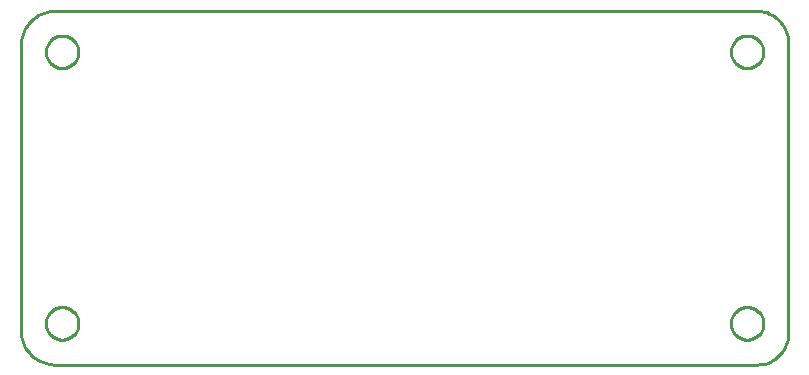
<source format=gbr>
G04 EAGLE Gerber X2 export*
%TF.Part,Single*%
%TF.FileFunction,Profile,NP*%
%TF.FilePolarity,Positive*%
%TF.GenerationSoftware,Autodesk,EAGLE,9.0.1*%
%TF.CreationDate,2018-06-21T06:15:50Z*%
G75*
%MOMM*%
%FSLAX34Y34*%
%LPD*%
%AMOC8*
5,1,8,0,0,1.08239X$1,22.5*%
G01*
%ADD10C,0.254000*%


D10*
X101550Y651250D02*
X101646Y648757D01*
X101958Y646281D01*
X102486Y643843D01*
X103224Y641459D01*
X104166Y639149D01*
X105307Y636930D01*
X106636Y634819D01*
X108145Y632831D01*
X109821Y630983D01*
X111651Y629288D01*
X113623Y627758D01*
X115720Y626407D01*
X117927Y625243D01*
X120227Y624276D01*
X122603Y623513D01*
X125036Y622961D01*
X127508Y622622D01*
X130000Y622500D01*
X725000Y622500D01*
X727288Y622600D01*
X729558Y622899D01*
X731794Y623394D01*
X733978Y624083D01*
X736094Y624959D01*
X738125Y626017D01*
X740056Y627247D01*
X741873Y628641D01*
X743562Y630188D01*
X745109Y631877D01*
X746503Y633694D01*
X747733Y635625D01*
X748791Y637656D01*
X749667Y639772D01*
X750356Y641956D01*
X750851Y644192D01*
X751150Y646462D01*
X751250Y648750D01*
X751250Y895000D01*
X751133Y897383D01*
X750808Y899747D01*
X750279Y902074D01*
X749549Y904345D01*
X748624Y906545D01*
X747511Y908655D01*
X746218Y910660D01*
X744755Y912545D01*
X743133Y914295D01*
X741365Y915898D01*
X739464Y917340D01*
X737445Y918611D01*
X735323Y919701D01*
X733113Y920602D01*
X730834Y921307D01*
X728502Y921811D01*
X726134Y922109D01*
X723750Y922200D01*
X131250Y922200D01*
X128661Y922087D01*
X126093Y921749D01*
X123563Y921188D01*
X121092Y920409D01*
X118698Y919417D01*
X116400Y918221D01*
X114215Y916829D01*
X112159Y915252D01*
X110249Y913501D01*
X108498Y911591D01*
X106921Y909535D01*
X105529Y907350D01*
X104333Y905052D01*
X103341Y902658D01*
X102562Y900187D01*
X102001Y897657D01*
X101663Y895089D01*
X101550Y892500D01*
X101550Y651250D01*
X150350Y656809D02*
X150280Y655829D01*
X150140Y654857D01*
X149931Y653897D01*
X149655Y652955D01*
X149311Y652035D01*
X148903Y651141D01*
X148433Y650279D01*
X147902Y649453D01*
X147313Y648667D01*
X146670Y647925D01*
X145975Y647230D01*
X145233Y646587D01*
X144447Y645998D01*
X143621Y645467D01*
X142759Y644997D01*
X141865Y644589D01*
X140945Y644245D01*
X140003Y643969D01*
X139043Y643760D01*
X138071Y643620D01*
X137091Y643550D01*
X136109Y643550D01*
X135129Y643620D01*
X134157Y643760D01*
X133197Y643969D01*
X132255Y644245D01*
X131335Y644589D01*
X130441Y644997D01*
X129579Y645467D01*
X128753Y645998D01*
X127967Y646587D01*
X127225Y647230D01*
X126530Y647925D01*
X125887Y648667D01*
X125298Y649453D01*
X124767Y650279D01*
X124297Y651141D01*
X123889Y652035D01*
X123545Y652955D01*
X123269Y653897D01*
X123060Y654857D01*
X122920Y655829D01*
X122850Y656809D01*
X122850Y657791D01*
X122920Y658771D01*
X123060Y659743D01*
X123269Y660703D01*
X123545Y661645D01*
X123889Y662565D01*
X124297Y663459D01*
X124767Y664321D01*
X125298Y665147D01*
X125887Y665933D01*
X126530Y666675D01*
X127225Y667370D01*
X127967Y668013D01*
X128753Y668602D01*
X129579Y669133D01*
X130441Y669603D01*
X131335Y670011D01*
X132255Y670355D01*
X133197Y670631D01*
X134157Y670840D01*
X135129Y670980D01*
X136109Y671050D01*
X137091Y671050D01*
X138071Y670980D01*
X139043Y670840D01*
X140003Y670631D01*
X140945Y670355D01*
X141865Y670011D01*
X142759Y669603D01*
X143621Y669133D01*
X144447Y668602D01*
X145233Y668013D01*
X145975Y667370D01*
X146670Y666675D01*
X147313Y665933D01*
X147902Y665147D01*
X148433Y664321D01*
X148903Y663459D01*
X149311Y662565D01*
X149655Y661645D01*
X149931Y660703D01*
X150140Y659743D01*
X150280Y658771D01*
X150350Y657791D01*
X150350Y656809D01*
X150350Y886809D02*
X150280Y885829D01*
X150140Y884857D01*
X149931Y883897D01*
X149655Y882955D01*
X149311Y882035D01*
X148903Y881141D01*
X148433Y880279D01*
X147902Y879453D01*
X147313Y878667D01*
X146670Y877925D01*
X145975Y877230D01*
X145233Y876587D01*
X144447Y875998D01*
X143621Y875467D01*
X142759Y874997D01*
X141865Y874589D01*
X140945Y874245D01*
X140003Y873969D01*
X139043Y873760D01*
X138071Y873620D01*
X137091Y873550D01*
X136109Y873550D01*
X135129Y873620D01*
X134157Y873760D01*
X133197Y873969D01*
X132255Y874245D01*
X131335Y874589D01*
X130441Y874997D01*
X129579Y875467D01*
X128753Y875998D01*
X127967Y876587D01*
X127225Y877230D01*
X126530Y877925D01*
X125887Y878667D01*
X125298Y879453D01*
X124767Y880279D01*
X124297Y881141D01*
X123889Y882035D01*
X123545Y882955D01*
X123269Y883897D01*
X123060Y884857D01*
X122920Y885829D01*
X122850Y886809D01*
X122850Y887791D01*
X122920Y888771D01*
X123060Y889743D01*
X123269Y890703D01*
X123545Y891645D01*
X123889Y892565D01*
X124297Y893459D01*
X124767Y894321D01*
X125298Y895147D01*
X125887Y895933D01*
X126530Y896675D01*
X127225Y897370D01*
X127967Y898013D01*
X128753Y898602D01*
X129579Y899133D01*
X130441Y899603D01*
X131335Y900011D01*
X132255Y900355D01*
X133197Y900631D01*
X134157Y900840D01*
X135129Y900980D01*
X136109Y901050D01*
X137091Y901050D01*
X138071Y900980D01*
X139043Y900840D01*
X140003Y900631D01*
X140945Y900355D01*
X141865Y900011D01*
X142759Y899603D01*
X143621Y899133D01*
X144447Y898602D01*
X145233Y898013D01*
X145975Y897370D01*
X146670Y896675D01*
X147313Y895933D01*
X147902Y895147D01*
X148433Y894321D01*
X148903Y893459D01*
X149311Y892565D01*
X149655Y891645D01*
X149931Y890703D01*
X150140Y889743D01*
X150280Y888771D01*
X150350Y887791D01*
X150350Y886809D01*
X730350Y656809D02*
X730280Y655829D01*
X730140Y654857D01*
X729931Y653897D01*
X729655Y652955D01*
X729311Y652035D01*
X728903Y651141D01*
X728433Y650279D01*
X727902Y649453D01*
X727313Y648667D01*
X726670Y647925D01*
X725975Y647230D01*
X725233Y646587D01*
X724447Y645998D01*
X723621Y645467D01*
X722759Y644997D01*
X721865Y644589D01*
X720945Y644245D01*
X720003Y643969D01*
X719043Y643760D01*
X718071Y643620D01*
X717091Y643550D01*
X716109Y643550D01*
X715129Y643620D01*
X714157Y643760D01*
X713197Y643969D01*
X712255Y644245D01*
X711335Y644589D01*
X710441Y644997D01*
X709579Y645467D01*
X708753Y645998D01*
X707967Y646587D01*
X707225Y647230D01*
X706530Y647925D01*
X705887Y648667D01*
X705298Y649453D01*
X704767Y650279D01*
X704297Y651141D01*
X703889Y652035D01*
X703545Y652955D01*
X703269Y653897D01*
X703060Y654857D01*
X702920Y655829D01*
X702850Y656809D01*
X702850Y657791D01*
X702920Y658771D01*
X703060Y659743D01*
X703269Y660703D01*
X703545Y661645D01*
X703889Y662565D01*
X704297Y663459D01*
X704767Y664321D01*
X705298Y665147D01*
X705887Y665933D01*
X706530Y666675D01*
X707225Y667370D01*
X707967Y668013D01*
X708753Y668602D01*
X709579Y669133D01*
X710441Y669603D01*
X711335Y670011D01*
X712255Y670355D01*
X713197Y670631D01*
X714157Y670840D01*
X715129Y670980D01*
X716109Y671050D01*
X717091Y671050D01*
X718071Y670980D01*
X719043Y670840D01*
X720003Y670631D01*
X720945Y670355D01*
X721865Y670011D01*
X722759Y669603D01*
X723621Y669133D01*
X724447Y668602D01*
X725233Y668013D01*
X725975Y667370D01*
X726670Y666675D01*
X727313Y665933D01*
X727902Y665147D01*
X728433Y664321D01*
X728903Y663459D01*
X729311Y662565D01*
X729655Y661645D01*
X729931Y660703D01*
X730140Y659743D01*
X730280Y658771D01*
X730350Y657791D01*
X730350Y656809D01*
X730350Y886809D02*
X730280Y885829D01*
X730140Y884857D01*
X729931Y883897D01*
X729655Y882955D01*
X729311Y882035D01*
X728903Y881141D01*
X728433Y880279D01*
X727902Y879453D01*
X727313Y878667D01*
X726670Y877925D01*
X725975Y877230D01*
X725233Y876587D01*
X724447Y875998D01*
X723621Y875467D01*
X722759Y874997D01*
X721865Y874589D01*
X720945Y874245D01*
X720003Y873969D01*
X719043Y873760D01*
X718071Y873620D01*
X717091Y873550D01*
X716109Y873550D01*
X715129Y873620D01*
X714157Y873760D01*
X713197Y873969D01*
X712255Y874245D01*
X711335Y874589D01*
X710441Y874997D01*
X709579Y875467D01*
X708753Y875998D01*
X707967Y876587D01*
X707225Y877230D01*
X706530Y877925D01*
X705887Y878667D01*
X705298Y879453D01*
X704767Y880279D01*
X704297Y881141D01*
X703889Y882035D01*
X703545Y882955D01*
X703269Y883897D01*
X703060Y884857D01*
X702920Y885829D01*
X702850Y886809D01*
X702850Y887791D01*
X702920Y888771D01*
X703060Y889743D01*
X703269Y890703D01*
X703545Y891645D01*
X703889Y892565D01*
X704297Y893459D01*
X704767Y894321D01*
X705298Y895147D01*
X705887Y895933D01*
X706530Y896675D01*
X707225Y897370D01*
X707967Y898013D01*
X708753Y898602D01*
X709579Y899133D01*
X710441Y899603D01*
X711335Y900011D01*
X712255Y900355D01*
X713197Y900631D01*
X714157Y900840D01*
X715129Y900980D01*
X716109Y901050D01*
X717091Y901050D01*
X718071Y900980D01*
X719043Y900840D01*
X720003Y900631D01*
X720945Y900355D01*
X721865Y900011D01*
X722759Y899603D01*
X723621Y899133D01*
X724447Y898602D01*
X725233Y898013D01*
X725975Y897370D01*
X726670Y896675D01*
X727313Y895933D01*
X727902Y895147D01*
X728433Y894321D01*
X728903Y893459D01*
X729311Y892565D01*
X729655Y891645D01*
X729931Y890703D01*
X730140Y889743D01*
X730280Y888771D01*
X730350Y887791D01*
X730350Y886809D01*
M02*

</source>
